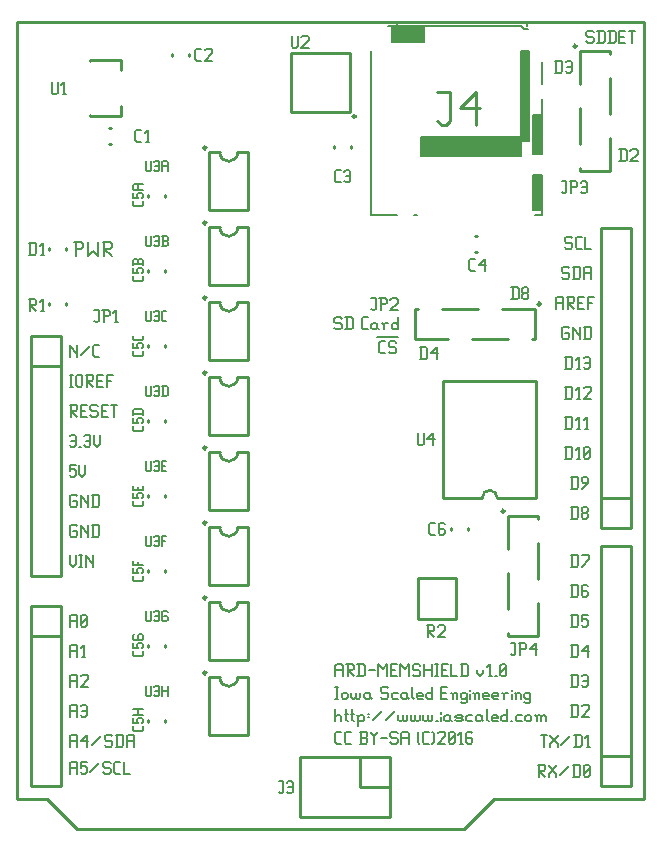
<source format=gbr>
G04 start of page 8 for group -4079 idx -4079 *
G04 Title: (unknown), topsilk *
G04 Creator: pcb 20110918 *
G04 CreationDate: Tue 05 Jan 2016 03:28:18 AM GMT UTC *
G04 For: railfan *
G04 Format: Gerber/RS-274X *
G04 PCB-Dimensions: 210000 270000 *
G04 PCB-Coordinate-Origin: lower left *
%MOIN*%
%FSLAX25Y25*%
%LNTOPSILK*%
%ADD72C,0.0110*%
%ADD71C,0.0080*%
%ADD70C,0.0100*%
G54D70*X500Y10500D02*X10500D01*
X20500Y500D02*X10500Y10500D01*
X159500D02*X149500Y500D01*
X209500Y10500D02*X159500D01*
X149500Y500D02*X20500D01*
X209500Y269500D02*Y10500D01*
X500D02*Y269500D01*
X209500D01*
G54D71*X120500Y164500D02*X127500D01*
X18000Y22500D02*Y19000D01*
Y22500D02*X18500Y23000D01*
X20000D01*
X20500Y22500D01*
Y19000D01*
X18000Y21000D02*X20500D01*
X21700Y23000D02*X23700D01*
X21700D02*Y21000D01*
X22200Y21500D01*
X23200D01*
X23700Y21000D01*
Y19500D01*
X23200Y19000D02*X23700Y19500D01*
X22200Y19000D02*X23200D01*
X21700Y19500D02*X22200Y19000D01*
X24900Y19500D02*X27900Y22500D01*
X31100Y23000D02*X31600Y22500D01*
X29600Y23000D02*X31100D01*
X29100Y22500D02*X29600Y23000D01*
X29100Y22500D02*Y21500D01*
X29600Y21000D01*
X31100D01*
X31600Y20500D01*
Y19500D01*
X31100Y19000D02*X31600Y19500D01*
X29600Y19000D02*X31100D01*
X29100Y19500D02*X29600Y19000D01*
X33300D02*X34800D01*
X32800Y19500D02*X33300Y19000D01*
X32800Y22500D02*Y19500D01*
Y22500D02*X33300Y23000D01*
X34800D01*
X36000D02*Y19000D01*
X38000D01*
X18000Y31500D02*Y28000D01*
Y31500D02*X18500Y32000D01*
X20000D01*
X20500Y31500D01*
Y28000D01*
X18000Y30000D02*X20500D01*
X21700D02*X23700Y32000D01*
X21700Y30000D02*X24200D01*
X23700Y32000D02*Y28000D01*
X25400Y28500D02*X28400Y31500D01*
X31600Y32000D02*X32100Y31500D01*
X30100Y32000D02*X31600D01*
X29600Y31500D02*X30100Y32000D01*
X29600Y31500D02*Y30500D01*
X30100Y30000D01*
X31600D01*
X32100Y29500D01*
Y28500D01*
X31600Y28000D02*X32100Y28500D01*
X30100Y28000D02*X31600D01*
X29600Y28500D02*X30100Y28000D01*
X33800Y32000D02*Y28000D01*
X35300Y32000D02*X35800Y31500D01*
Y28500D01*
X35300Y28000D02*X35800Y28500D01*
X33300Y28000D02*X35300D01*
X33300Y32000D02*X35300D01*
X37000Y31500D02*Y28000D01*
Y31500D02*X37500Y32000D01*
X39000D01*
X39500Y31500D01*
Y28000D01*
X37000Y30000D02*X39500D01*
X18000Y41500D02*Y38000D01*
Y41500D02*X18500Y42000D01*
X20000D01*
X20500Y41500D01*
Y38000D01*
X18000Y40000D02*X20500D01*
X21700Y41500D02*X22200Y42000D01*
X23200D01*
X23700Y41500D01*
Y38500D01*
X23200Y38000D02*X23700Y38500D01*
X22200Y38000D02*X23200D01*
X21700Y38500D02*X22200Y38000D01*
Y40000D02*X23700D01*
X18000Y51500D02*Y48000D01*
Y51500D02*X18500Y52000D01*
X20000D01*
X20500Y51500D01*
Y48000D01*
X18000Y50000D02*X20500D01*
X21700Y51500D02*X22200Y52000D01*
X23700D01*
X24200Y51500D01*
Y50500D01*
X21700Y48000D02*X24200Y50500D01*
X21700Y48000D02*X24200D01*
X18000Y61500D02*Y58000D01*
Y61500D02*X18500Y62000D01*
X20000D01*
X20500Y61500D01*
Y58000D01*
X18000Y60000D02*X20500D01*
X22200Y58000D02*X23200D01*
X22700Y62000D02*Y58000D01*
X21700Y61000D02*X22700Y62000D01*
X18000Y71500D02*Y68000D01*
Y71500D02*X18500Y72000D01*
X20000D01*
X20500Y71500D01*
Y68000D01*
X18000Y70000D02*X20500D01*
X21700Y68500D02*X22200Y68000D01*
X21700Y71500D02*Y68500D01*
Y71500D02*X22200Y72000D01*
X23200D01*
X23700Y71500D01*
Y68500D01*
X23200Y68000D02*X23700Y68500D01*
X22200Y68000D02*X23200D01*
X21700Y69000D02*X23700Y71000D01*
X18000Y122000D02*X20000D01*
X18000D02*Y120000D01*
X18500Y120500D01*
X19500D01*
X20000Y120000D01*
Y118500D01*
X19500Y118000D02*X20000Y118500D01*
X18500Y118000D02*X19500D01*
X18000Y118500D02*X18500Y118000D01*
X21200Y122000D02*Y119000D01*
X22200Y118000D01*
X23200Y119000D01*
Y122000D02*Y119000D01*
X18000Y131500D02*X18500Y132000D01*
X19500D01*
X20000Y131500D01*
Y128500D01*
X19500Y128000D02*X20000Y128500D01*
X18500Y128000D02*X19500D01*
X18000Y128500D02*X18500Y128000D01*
Y130000D02*X20000D01*
X21200Y128000D02*X21700D01*
X22900Y131500D02*X23400Y132000D01*
X24400D01*
X24900Y131500D01*
Y128500D01*
X24400Y128000D02*X24900Y128500D01*
X23400Y128000D02*X24400D01*
X22900Y128500D02*X23400Y128000D01*
Y130000D02*X24900D01*
X26100Y132000D02*Y129000D01*
X27100Y128000D01*
X28100Y129000D01*
Y132000D02*Y129000D01*
X18000Y152000D02*X19000D01*
X18500D02*Y148000D01*
X18000D02*X19000D01*
X20200Y151500D02*Y148500D01*
Y151500D02*X20700Y152000D01*
X21700D01*
X22200Y151500D01*
Y148500D01*
X21700Y148000D02*X22200Y148500D01*
X20700Y148000D02*X21700D01*
X20200Y148500D02*X20700Y148000D01*
X23400Y152000D02*X25400D01*
X25900Y151500D01*
Y150500D01*
X25400Y150000D02*X25900Y150500D01*
X23900Y150000D02*X25400D01*
X23900Y152000D02*Y148000D01*
Y150000D02*X25900Y148000D01*
X27100Y150000D02*X28600D01*
X27100Y148000D02*X29100D01*
X27100Y152000D02*Y148000D01*
Y152000D02*X29100D01*
X30300D02*Y148000D01*
Y152000D02*X32300D01*
X30300Y150000D02*X31800D01*
X18000Y142000D02*X20000D01*
X20500Y141500D01*
Y140500D01*
X20000Y140000D02*X20500Y140500D01*
X18500Y140000D02*X20000D01*
X18500Y142000D02*Y138000D01*
Y140000D02*X20500Y138000D01*
X21700Y140000D02*X23200D01*
X21700Y138000D02*X23700D01*
X21700Y142000D02*Y138000D01*
Y142000D02*X23700D01*
X26900D02*X27400Y141500D01*
X25400Y142000D02*X26900D01*
X24900Y141500D02*X25400Y142000D01*
X24900Y141500D02*Y140500D01*
X25400Y140000D01*
X26900D01*
X27400Y139500D01*
Y138500D01*
X26900Y138000D02*X27400Y138500D01*
X25400Y138000D02*X26900D01*
X24900Y138500D02*X25400Y138000D01*
X28600Y140000D02*X30100D01*
X28600Y138000D02*X30600D01*
X28600Y142000D02*Y138000D01*
Y142000D02*X30600D01*
X31800D02*X33800D01*
X32800D02*Y138000D01*
X18000Y162000D02*Y158000D01*
Y162000D02*Y161500D01*
X20500Y159000D01*
Y162000D02*Y158000D01*
X21700Y158500D02*X24700Y161500D01*
X26400Y158000D02*X27900D01*
X25900Y158500D02*X26400Y158000D01*
X25900Y161500D02*Y158500D01*
Y161500D02*X26400Y162000D01*
X27900D01*
X20100Y196300D02*Y191500D01*
X19500Y196300D02*X21900D01*
X22500Y195700D01*
Y194500D01*
X21900Y193900D02*X22500Y194500D01*
X20100Y193900D02*X21900D01*
X23940Y196300D02*Y191500D01*
X25740Y193300D01*
X27540Y191500D01*
Y196300D02*Y191500D01*
X28980Y196300D02*X31380D01*
X31980Y195700D01*
Y194500D01*
X31380Y193900D02*X31980Y194500D01*
X29580Y193900D02*X31380D01*
X29580Y196300D02*Y191500D01*
Y193900D02*X31980Y191500D01*
X18000Y92000D02*Y89000D01*
X19000Y88000D01*
X20000Y89000D01*
Y92000D02*Y89000D01*
X21200Y92000D02*X22200D01*
X21700D02*Y88000D01*
X21200D02*X22200D01*
X23400Y92000D02*Y88000D01*
Y92000D02*Y91500D01*
X25900Y89000D01*
Y92000D02*Y88000D01*
X20000Y102000D02*X20500Y101500D01*
X18500Y102000D02*X20000D01*
X18000Y101500D02*X18500Y102000D01*
X18000Y101500D02*Y98500D01*
X18500Y98000D01*
X20000D01*
X20500Y98500D01*
Y99500D02*Y98500D01*
X20000Y100000D02*X20500Y99500D01*
X19000Y100000D02*X20000D01*
X21700Y102000D02*Y98000D01*
Y102000D02*Y101500D01*
X24200Y99000D01*
Y102000D02*Y98000D01*
X25900Y102000D02*Y98000D01*
X27400Y102000D02*X27900Y101500D01*
Y98500D01*
X27400Y98000D02*X27900Y98500D01*
X25400Y98000D02*X27400D01*
X25400Y102000D02*X27400D01*
X20000Y112000D02*X20500Y111500D01*
X18500Y112000D02*X20000D01*
X18000Y111500D02*X18500Y112000D01*
X18000Y111500D02*Y108500D01*
X18500Y108000D01*
X20000D01*
X20500Y108500D01*
Y109500D02*Y108500D01*
X20000Y110000D02*X20500Y109500D01*
X19000Y110000D02*X20000D01*
X21700Y112000D02*Y108000D01*
Y112000D02*Y111500D01*
X24200Y109000D01*
Y112000D02*Y108000D01*
X25900Y112000D02*Y108000D01*
X27400Y112000D02*X27900Y111500D01*
Y108500D01*
X27400Y108000D02*X27900Y108500D01*
X25400Y108000D02*X27400D01*
X25400Y112000D02*X27400D01*
X185500Y108000D02*Y104000D01*
X187000Y108000D02*X187500Y107500D01*
Y104500D01*
X187000Y104000D02*X187500Y104500D01*
X185000Y104000D02*X187000D01*
X185000Y108000D02*X187000D01*
X188700Y104500D02*X189200Y104000D01*
X188700Y105500D02*Y104500D01*
Y105500D02*X189200Y106000D01*
X190200D01*
X190700Y105500D01*
Y104500D01*
X190200Y104000D02*X190700Y104500D01*
X189200Y104000D02*X190200D01*
X188700Y106500D02*X189200Y106000D01*
X188700Y107500D02*Y106500D01*
Y107500D02*X189200Y108000D01*
X190200D01*
X190700Y107500D01*
Y106500D01*
X190200Y106000D02*X190700Y106500D01*
X183500Y148000D02*Y144000D01*
X185000Y148000D02*X185500Y147500D01*
Y144500D01*
X185000Y144000D02*X185500Y144500D01*
X183000Y144000D02*X185000D01*
X183000Y148000D02*X185000D01*
X187200Y144000D02*X188200D01*
X187700Y148000D02*Y144000D01*
X186700Y147000D02*X187700Y148000D01*
X189400Y147500D02*X189900Y148000D01*
X191400D01*
X191900Y147500D01*
Y146500D01*
X189400Y144000D02*X191900Y146500D01*
X189400Y144000D02*X191900D01*
X183500Y138000D02*Y134000D01*
X185000Y138000D02*X185500Y137500D01*
Y134500D01*
X185000Y134000D02*X185500Y134500D01*
X183000Y134000D02*X185000D01*
X183000Y138000D02*X185000D01*
X187200Y134000D02*X188200D01*
X187700Y138000D02*Y134000D01*
X186700Y137000D02*X187700Y138000D01*
X189900Y134000D02*X190900D01*
X190400Y138000D02*Y134000D01*
X189400Y137000D02*X190400Y138000D01*
X183500Y128000D02*Y124000D01*
X185000Y128000D02*X185500Y127500D01*
Y124500D01*
X185000Y124000D02*X185500Y124500D01*
X183000Y124000D02*X185000D01*
X183000Y128000D02*X185000D01*
X187200Y124000D02*X188200D01*
X187700Y128000D02*Y124000D01*
X186700Y127000D02*X187700Y128000D01*
X189400Y124500D02*X189900Y124000D01*
X189400Y127500D02*Y124500D01*
Y127500D02*X189900Y128000D01*
X190900D01*
X191400Y127500D01*
Y124500D01*
X190900Y124000D02*X191400Y124500D01*
X189900Y124000D02*X190900D01*
X189400Y125000D02*X191400Y127000D01*
X185500Y118000D02*Y114000D01*
X187000Y118000D02*X187500Y117500D01*
Y114500D01*
X187000Y114000D02*X187500Y114500D01*
X185000Y114000D02*X187000D01*
X185000Y118000D02*X187000D01*
X188700Y114000D02*X190700Y116000D01*
Y117500D02*Y116000D01*
X190200Y118000D02*X190700Y117500D01*
X189200Y118000D02*X190200D01*
X188700Y117500D02*X189200Y118000D01*
X188700Y117500D02*Y116500D01*
X189200Y116000D01*
X190700D01*
X185500Y52000D02*Y48000D01*
X187000Y52000D02*X187500Y51500D01*
Y48500D01*
X187000Y48000D02*X187500Y48500D01*
X185000Y48000D02*X187000D01*
X185000Y52000D02*X187000D01*
X188700Y51500D02*X189200Y52000D01*
X190200D01*
X190700Y51500D01*
Y48500D01*
X190200Y48000D02*X190700Y48500D01*
X189200Y48000D02*X190200D01*
X188700Y48500D02*X189200Y48000D01*
Y50000D02*X190700D01*
X185500Y62000D02*Y58000D01*
X187000Y62000D02*X187500Y61500D01*
Y58500D01*
X187000Y58000D02*X187500Y58500D01*
X185000Y58000D02*X187000D01*
X185000Y62000D02*X187000D01*
X188700Y60000D02*X190700Y62000D01*
X188700Y60000D02*X191200D01*
X190700Y62000D02*Y58000D01*
X106500Y55000D02*Y51500D01*
Y55000D02*X107000Y55500D01*
X108500D01*
X109000Y55000D01*
Y51500D01*
X106500Y53500D02*X109000D01*
X110200Y55500D02*X112200D01*
X112700Y55000D01*
Y54000D01*
X112200Y53500D02*X112700Y54000D01*
X110700Y53500D02*X112200D01*
X110700Y55500D02*Y51500D01*
Y53500D02*X112700Y51500D01*
X114400Y55500D02*Y51500D01*
X115900Y55500D02*X116400Y55000D01*
Y52000D01*
X115900Y51500D02*X116400Y52000D01*
X113900Y51500D02*X115900D01*
X113900Y55500D02*X115900D01*
X117600Y53500D02*X119600D01*
X120800Y55500D02*Y51500D01*
Y55500D02*X122300Y54000D01*
X123800Y55500D01*
Y51500D01*
X125000Y53500D02*X126500D01*
X125000Y51500D02*X127000D01*
X125000Y55500D02*Y51500D01*
Y55500D02*X127000D01*
X128200D02*Y51500D01*
Y55500D02*X129700Y54000D01*
X131200Y55500D01*
Y51500D01*
X134400Y55500D02*X134900Y55000D01*
X132900Y55500D02*X134400D01*
X132400Y55000D02*X132900Y55500D01*
X132400Y55000D02*Y54000D01*
X132900Y53500D01*
X134400D01*
X134900Y53000D01*
Y52000D01*
X134400Y51500D02*X134900Y52000D01*
X132900Y51500D02*X134400D01*
X132400Y52000D02*X132900Y51500D01*
X136100Y55500D02*Y51500D01*
X138600Y55500D02*Y51500D01*
X136100Y53500D02*X138600D01*
X139800Y55500D02*X140800D01*
X140300D02*Y51500D01*
X139800D02*X140800D01*
X142000Y53500D02*X143500D01*
X142000Y51500D02*X144000D01*
X142000Y55500D02*Y51500D01*
Y55500D02*X144000D01*
X145200D02*Y51500D01*
X147200D01*
X148900Y55500D02*Y51500D01*
X150400Y55500D02*X150900Y55000D01*
Y52000D01*
X150400Y51500D02*X150900Y52000D01*
X148400Y51500D02*X150400D01*
X148400Y55500D02*X150400D01*
X153900Y53500D02*Y52500D01*
X154900Y51500D01*
X155900Y52500D01*
Y53500D02*Y52500D01*
X157600Y51500D02*X158600D01*
X158100Y55500D02*Y51500D01*
X157100Y54500D02*X158100Y55500D01*
X159800Y51500D02*X160300D01*
X161500Y52000D02*X162000Y51500D01*
X161500Y55000D02*Y52000D01*
Y55000D02*X162000Y55500D01*
X163000D01*
X163500Y55000D01*
Y52000D01*
X163000Y51500D02*X163500Y52000D01*
X162000Y51500D02*X163000D01*
X161500Y52500D02*X163500Y54500D01*
X106500Y48000D02*X107500D01*
X107000D02*Y44000D01*
X106500D02*X107500D01*
X108700Y45500D02*Y44500D01*
Y45500D02*X109200Y46000D01*
X110200D01*
X110700Y45500D01*
Y44500D01*
X110200Y44000D02*X110700Y44500D01*
X109200Y44000D02*X110200D01*
X108700Y44500D02*X109200Y44000D01*
X111900Y46000D02*Y44500D01*
X112400Y44000D01*
X112900D01*
X113400Y44500D01*
Y46000D02*Y44500D01*
X113900Y44000D01*
X114400D01*
X114900Y44500D01*
Y46000D02*Y44500D01*
X117600Y46000D02*X118100Y45500D01*
X116600Y46000D02*X117600D01*
X116100Y45500D02*X116600Y46000D01*
X116100Y45500D02*Y44500D01*
X116600Y44000D01*
X118100Y46000D02*Y44500D01*
X118600Y44000D01*
X116600D02*X117600D01*
X118100Y44500D01*
X123600Y48000D02*X124100Y47500D01*
X122100Y48000D02*X123600D01*
X121600Y47500D02*X122100Y48000D01*
X121600Y47500D02*Y46500D01*
X122100Y46000D01*
X123600D01*
X124100Y45500D01*
Y44500D01*
X123600Y44000D02*X124100Y44500D01*
X122100Y44000D02*X123600D01*
X121600Y44500D02*X122100Y44000D01*
X125800Y46000D02*X127300D01*
X125300Y45500D02*X125800Y46000D01*
X125300Y45500D02*Y44500D01*
X125800Y44000D01*
X127300D01*
X130000Y46000D02*X130500Y45500D01*
X129000Y46000D02*X130000D01*
X128500Y45500D02*X129000Y46000D01*
X128500Y45500D02*Y44500D01*
X129000Y44000D01*
X130500Y46000D02*Y44500D01*
X131000Y44000D01*
X129000D02*X130000D01*
X130500Y44500D01*
X132200Y48000D02*Y44500D01*
X132700Y44000D01*
X134200D02*X135700D01*
X133700Y44500D02*X134200Y44000D01*
X133700Y45500D02*Y44500D01*
Y45500D02*X134200Y46000D01*
X135200D01*
X135700Y45500D01*
X133700Y45000D02*X135700D01*
Y45500D02*Y45000D01*
X138900Y48000D02*Y44000D01*
X138400D02*X138900Y44500D01*
X137400Y44000D02*X138400D01*
X136900Y44500D02*X137400Y44000D01*
X136900Y45500D02*Y44500D01*
Y45500D02*X137400Y46000D01*
X138400D01*
X138900Y45500D01*
X141900Y46000D02*X143400D01*
X141900Y44000D02*X143900D01*
X141900Y48000D02*Y44000D01*
Y48000D02*X143900D01*
X145600Y45500D02*Y44000D01*
Y45500D02*X146100Y46000D01*
X146600D01*
X147100Y45500D01*
Y44000D01*
X145100Y46000D02*X145600Y45500D01*
X149800Y46000D02*X150300Y45500D01*
X148800Y46000D02*X149800D01*
X148300Y45500D02*X148800Y46000D01*
X148300Y45500D02*Y44500D01*
X148800Y44000D01*
X149800D01*
X150300Y44500D01*
X148300Y43000D02*X148800Y42500D01*
X149800D01*
X150300Y43000D01*
Y46000D02*Y43000D01*
X151500Y47000D02*Y46500D01*
Y45500D02*Y44000D01*
X153000Y45500D02*Y44000D01*
Y45500D02*X153500Y46000D01*
X154000D01*
X154500Y45500D01*
Y44000D01*
X152500Y46000D02*X153000Y45500D01*
X156200Y44000D02*X157700D01*
X155700Y44500D02*X156200Y44000D01*
X155700Y45500D02*Y44500D01*
Y45500D02*X156200Y46000D01*
X157200D01*
X157700Y45500D01*
X155700Y45000D02*X157700D01*
Y45500D02*Y45000D01*
X159400Y44000D02*X160900D01*
X158900Y44500D02*X159400Y44000D01*
X158900Y45500D02*Y44500D01*
Y45500D02*X159400Y46000D01*
X160400D01*
X160900Y45500D01*
X158900Y45000D02*X160900D01*
Y45500D02*Y45000D01*
X162600Y45500D02*Y44000D01*
Y45500D02*X163100Y46000D01*
X164100D01*
X162100D02*X162600Y45500D01*
X165300Y47000D02*Y46500D01*
Y45500D02*Y44000D01*
X166800Y45500D02*Y44000D01*
Y45500D02*X167300Y46000D01*
X167800D01*
X168300Y45500D01*
Y44000D01*
X166300Y46000D02*X166800Y45500D01*
X171000Y46000D02*X171500Y45500D01*
X170000Y46000D02*X171000D01*
X169500Y45500D02*X170000Y46000D01*
X169500Y45500D02*Y44500D01*
X170000Y44000D01*
X171000D01*
X171500Y44500D01*
X169500Y43000D02*X170000Y42500D01*
X171000D01*
X171500Y43000D01*
Y46000D02*Y43000D01*
X106500Y40500D02*Y36500D01*
Y38000D02*X107000Y38500D01*
X108000D01*
X108500Y38000D01*
Y36500D01*
X110200Y40500D02*Y37000D01*
X110700Y36500D01*
X109700Y39000D02*X110700D01*
X112200Y40500D02*Y37000D01*
X112700Y36500D01*
X111700Y39000D02*X112700D01*
X114200Y38000D02*Y35000D01*
X113700Y38500D02*X114200Y38000D01*
X114700Y38500D01*
X115700D01*
X116200Y38000D01*
Y37000D01*
X115700Y36500D02*X116200Y37000D01*
X114700Y36500D02*X115700D01*
X114200Y37000D02*X114700Y36500D01*
X117400Y39000D02*X117900D01*
X117400Y38000D02*X117900D01*
X119100Y37000D02*X122100Y40000D01*
X123300Y37000D02*X126300Y40000D01*
X127500Y38500D02*Y37000D01*
X128000Y36500D01*
X128500D01*
X129000Y37000D01*
Y38500D02*Y37000D01*
X129500Y36500D01*
X130000D01*
X130500Y37000D01*
Y38500D02*Y37000D01*
X131700Y38500D02*Y37000D01*
X132200Y36500D01*
X132700D01*
X133200Y37000D01*
Y38500D02*Y37000D01*
X133700Y36500D01*
X134200D01*
X134700Y37000D01*
Y38500D02*Y37000D01*
X135900Y38500D02*Y37000D01*
X136400Y36500D01*
X136900D01*
X137400Y37000D01*
Y38500D02*Y37000D01*
X137900Y36500D01*
X138400D01*
X138900Y37000D01*
Y38500D02*Y37000D01*
X140100Y36500D02*X140600D01*
X141800Y39500D02*Y39000D01*
Y38000D02*Y36500D01*
X144300Y38500D02*X144800Y38000D01*
X143300Y38500D02*X144300D01*
X142800Y38000D02*X143300Y38500D01*
X142800Y38000D02*Y37000D01*
X143300Y36500D01*
X144800Y38500D02*Y37000D01*
X145300Y36500D01*
X143300D02*X144300D01*
X144800Y37000D01*
X147000Y36500D02*X148500D01*
X149000Y37000D01*
X148500Y37500D02*X149000Y37000D01*
X147000Y37500D02*X148500D01*
X146500Y38000D02*X147000Y37500D01*
X146500Y38000D02*X147000Y38500D01*
X148500D01*
X149000Y38000D01*
X146500Y37000D02*X147000Y36500D01*
X150700Y38500D02*X152200D01*
X150200Y38000D02*X150700Y38500D01*
X150200Y38000D02*Y37000D01*
X150700Y36500D01*
X152200D01*
X154900Y38500D02*X155400Y38000D01*
X153900Y38500D02*X154900D01*
X153400Y38000D02*X153900Y38500D01*
X153400Y38000D02*Y37000D01*
X153900Y36500D01*
X155400Y38500D02*Y37000D01*
X155900Y36500D01*
X153900D02*X154900D01*
X155400Y37000D01*
X157100Y40500D02*Y37000D01*
X157600Y36500D01*
X159100D02*X160600D01*
X158600Y37000D02*X159100Y36500D01*
X158600Y38000D02*Y37000D01*
Y38000D02*X159100Y38500D01*
X160100D01*
X160600Y38000D01*
X158600Y37500D02*X160600D01*
Y38000D02*Y37500D01*
X163800Y40500D02*Y36500D01*
X163300D02*X163800Y37000D01*
X162300Y36500D02*X163300D01*
X161800Y37000D02*X162300Y36500D01*
X161800Y38000D02*Y37000D01*
Y38000D02*X162300Y38500D01*
X163300D01*
X163800Y38000D01*
X165000Y36500D02*X165500D01*
X167200Y38500D02*X168700D01*
X166700Y38000D02*X167200Y38500D01*
X166700Y38000D02*Y37000D01*
X167200Y36500D01*
X168700D01*
X169900Y38000D02*Y37000D01*
Y38000D02*X170400Y38500D01*
X171400D01*
X171900Y38000D01*
Y37000D01*
X171400Y36500D02*X171900Y37000D01*
X170400Y36500D02*X171400D01*
X169900Y37000D02*X170400Y36500D01*
X173600Y38000D02*Y36500D01*
Y38000D02*X174100Y38500D01*
X174600D01*
X175100Y38000D01*
Y36500D01*
Y38000D02*X175600Y38500D01*
X176100D01*
X176600Y38000D01*
Y36500D01*
X173100Y38500D02*X173600Y38000D01*
X107000Y29000D02*X108500D01*
X106500Y29500D02*X107000Y29000D01*
X106500Y32500D02*Y29500D01*
Y32500D02*X107000Y33000D01*
X108500D01*
X110200Y29000D02*X111700D01*
X109700Y29500D02*X110200Y29000D01*
X109700Y32500D02*Y29500D01*
Y32500D02*X110200Y33000D01*
X111700D01*
X114700Y29000D02*X116700D01*
X117200Y29500D01*
Y30500D02*Y29500D01*
X116700Y31000D02*X117200Y30500D01*
X115200Y31000D02*X116700D01*
X115200Y33000D02*Y29000D01*
X114700Y33000D02*X116700D01*
X117200Y32500D01*
Y31500D01*
X116700Y31000D02*X117200Y31500D01*
X118400Y33000D02*Y32500D01*
X119400Y31500D01*
X120400Y32500D01*
Y33000D02*Y32500D01*
X119400Y31500D02*Y29000D01*
X121600Y31000D02*X123600D01*
X126800Y33000D02*X127300Y32500D01*
X125300Y33000D02*X126800D01*
X124800Y32500D02*X125300Y33000D01*
X124800Y32500D02*Y31500D01*
X125300Y31000D01*
X126800D01*
X127300Y30500D01*
Y29500D01*
X126800Y29000D02*X127300Y29500D01*
X125300Y29000D02*X126800D01*
X124800Y29500D02*X125300Y29000D01*
X128500Y32500D02*Y29000D01*
Y32500D02*X129000Y33000D01*
X130500D01*
X131000Y32500D01*
Y29000D01*
X128500Y31000D02*X131000D01*
X134000Y29500D02*X134500Y29000D01*
X134000Y32500D02*X134500Y33000D01*
X134000Y32500D02*Y29500D01*
X136200Y29000D02*X137700D01*
X135700Y29500D02*X136200Y29000D01*
X135700Y32500D02*Y29500D01*
Y32500D02*X136200Y33000D01*
X137700D01*
X138900D02*X139400Y32500D01*
Y29500D01*
X138900Y29000D02*X139400Y29500D01*
X140600Y32500D02*X141100Y33000D01*
X142600D01*
X143100Y32500D01*
Y31500D01*
X140600Y29000D02*X143100Y31500D01*
X140600Y29000D02*X143100D01*
X144300Y29500D02*X144800Y29000D01*
X144300Y32500D02*Y29500D01*
Y32500D02*X144800Y33000D01*
X145800D01*
X146300Y32500D01*
Y29500D01*
X145800Y29000D02*X146300Y29500D01*
X144800Y29000D02*X145800D01*
X144300Y30000D02*X146300Y32000D01*
X148000Y29000D02*X149000D01*
X148500Y33000D02*Y29000D01*
X147500Y32000D02*X148500Y33000D01*
X151700D02*X152200Y32500D01*
X150700Y33000D02*X151700D01*
X150200Y32500D02*X150700Y33000D01*
X150200Y32500D02*Y29500D01*
X150700Y29000D01*
X151700Y31000D02*X152200Y30500D01*
X150200Y31000D02*X151700D01*
X150700Y29000D02*X151700D01*
X152200Y29500D01*
Y30500D02*Y29500D01*
X185500Y42000D02*Y38000D01*
X187000Y42000D02*X187500Y41500D01*
Y38500D01*
X187000Y38000D02*X187500Y38500D01*
X185000Y38000D02*X187000D01*
X185000Y42000D02*X187000D01*
X188700Y41500D02*X189200Y42000D01*
X190700D01*
X191200Y41500D01*
Y40500D01*
X188700Y38000D02*X191200Y40500D01*
X188700Y38000D02*X191200D01*
X174000Y22000D02*X176000D01*
X176500Y21500D01*
Y20500D01*
X176000Y20000D02*X176500Y20500D01*
X174500Y20000D02*X176000D01*
X174500Y22000D02*Y18000D01*
Y20000D02*X176500Y18000D01*
X177700Y22000D02*Y21500D01*
X180200Y19000D01*
Y18000D01*
X177700Y19000D02*Y18000D01*
Y19000D02*X180200Y21500D01*
Y22000D02*Y21500D01*
X181400Y18500D02*X184400Y21500D01*
X186100Y22000D02*Y18000D01*
X187600Y22000D02*X188100Y21500D01*
Y18500D01*
X187600Y18000D02*X188100Y18500D01*
X185600Y18000D02*X187600D01*
X185600Y22000D02*X187600D01*
X189300Y18500D02*X189800Y18000D01*
X189300Y21500D02*Y18500D01*
Y21500D02*X189800Y22000D01*
X190800D01*
X191300Y21500D01*
Y18500D01*
X190800Y18000D02*X191300Y18500D01*
X189800Y18000D02*X190800D01*
X189300Y19000D02*X191300Y21000D01*
X175000Y32000D02*X177000D01*
X176000D02*Y28000D01*
X178200Y32000D02*Y31500D01*
X180700Y29000D01*
Y28000D01*
X178200Y29000D02*Y28000D01*
Y29000D02*X180700Y31500D01*
Y32000D02*Y31500D01*
X181900Y28500D02*X184900Y31500D01*
X186600Y32000D02*Y28000D01*
X188100Y32000D02*X188600Y31500D01*
Y28500D01*
X188100Y28000D02*X188600Y28500D01*
X186100Y28000D02*X188100D01*
X186100Y32000D02*X188100D01*
X190300Y28000D02*X191300D01*
X190800Y32000D02*Y28000D01*
X189800Y31000D02*X190800Y32000D01*
X185500Y92000D02*Y88000D01*
X187000Y92000D02*X187500Y91500D01*
Y88500D01*
X187000Y88000D02*X187500Y88500D01*
X185000Y88000D02*X187000D01*
X185000Y92000D02*X187000D01*
X188700Y88000D02*X191200Y90500D01*
Y92000D02*Y90500D01*
X188700Y92000D02*X191200D01*
X185500Y72000D02*Y68000D01*
X187000Y72000D02*X187500Y71500D01*
Y68500D01*
X187000Y68000D02*X187500Y68500D01*
X185000Y68000D02*X187000D01*
X185000Y72000D02*X187000D01*
X188700D02*X190700D01*
X188700D02*Y70000D01*
X189200Y70500D01*
X190200D01*
X190700Y70000D01*
Y68500D01*
X190200Y68000D02*X190700Y68500D01*
X189200Y68000D02*X190200D01*
X188700Y68500D02*X189200Y68000D01*
X185500Y82000D02*Y78000D01*
X187000Y82000D02*X187500Y81500D01*
Y78500D01*
X187000Y78000D02*X187500Y78500D01*
X185000Y78000D02*X187000D01*
X185000Y82000D02*X187000D01*
X190200D02*X190700Y81500D01*
X189200Y82000D02*X190200D01*
X188700Y81500D02*X189200Y82000D01*
X188700Y81500D02*Y78500D01*
X189200Y78000D01*
X190200Y80000D02*X190700Y79500D01*
X188700Y80000D02*X190200D01*
X189200Y78000D02*X190200D01*
X190700Y78500D01*
Y79500D02*Y78500D01*
X108086Y171086D02*X108586Y170586D01*
X106586Y171086D02*X108086D01*
X106086Y170586D02*X106586Y171086D01*
X106086Y170586D02*Y169586D01*
X106586Y169086D01*
X108086D01*
X108586Y168586D01*
Y167586D01*
X108086Y167086D02*X108586Y167586D01*
X106586Y167086D02*X108086D01*
X106086Y167586D02*X106586Y167086D01*
X110286Y171086D02*Y167086D01*
X111786Y171086D02*X112286Y170586D01*
Y167586D01*
X111786Y167086D02*X112286Y167586D01*
X109786Y167086D02*X111786D01*
X109786Y171086D02*X111786D01*
X115786Y167086D02*X117286D01*
X115286Y167586D02*X115786Y167086D01*
X115286Y170586D02*Y167586D01*
Y170586D02*X115786Y171086D01*
X117286D01*
X119986Y169086D02*X120486Y168586D01*
X118986Y169086D02*X119986D01*
X118486Y168586D02*X118986Y169086D01*
X118486Y168586D02*Y167586D01*
X118986Y167086D01*
X120486Y169086D02*Y167586D01*
X120986Y167086D01*
X118986D02*X119986D01*
X120486Y167586D01*
X122686Y168586D02*Y167086D01*
Y168586D02*X123186Y169086D01*
X124186D01*
X122186D02*X122686Y168586D01*
X127386Y171086D02*Y167086D01*
X126886D02*X127386Y167586D01*
X125886Y167086D02*X126886D01*
X125386Y167586D02*X125886Y167086D01*
X125386Y168586D02*Y167586D01*
Y168586D02*X125886Y169086D01*
X126886D01*
X127386Y168586D01*
X121586Y159086D02*X123086D01*
X121086Y159586D02*X121586Y159086D01*
X121086Y162586D02*Y159586D01*
Y162586D02*X121586Y163086D01*
X123086D01*
X126286D02*X126786Y162586D01*
X124786Y163086D02*X126286D01*
X124286Y162586D02*X124786Y163086D01*
X124286Y162586D02*Y161586D01*
X124786Y161086D01*
X126286D01*
X126786Y160586D01*
Y159586D01*
X126286Y159086D02*X126786Y159586D01*
X124786Y159086D02*X126286D01*
X124286Y159586D02*X124786Y159086D01*
X165586Y181086D02*Y177086D01*
X167086Y181086D02*X167586Y180586D01*
Y177586D01*
X167086Y177086D02*X167586Y177586D01*
X165086Y177086D02*X167086D01*
X165086Y181086D02*X167086D01*
X168786Y177586D02*X169286Y177086D01*
X168786Y178586D02*Y177586D01*
Y178586D02*X169286Y179086D01*
X170286D01*
X170786Y178586D01*
Y177586D01*
X170286Y177086D02*X170786Y177586D01*
X169286Y177086D02*X170286D01*
X168786Y179586D02*X169286Y179086D01*
X168786Y180586D02*Y179586D01*
Y180586D02*X169286Y181086D01*
X170286D01*
X170786Y180586D01*
Y179586D01*
X170286Y179086D02*X170786Y179586D01*
X135086Y161086D02*Y157086D01*
X136586Y161086D02*X137086Y160586D01*
Y157586D01*
X136586Y157086D02*X137086Y157586D01*
X134586Y157086D02*X136586D01*
X134586Y161086D02*X136586D01*
X138286Y159086D02*X140286Y161086D01*
X138286Y159086D02*X140786D01*
X140286Y161086D02*Y157086D01*
X180000Y177500D02*Y174000D01*
Y177500D02*X180500Y178000D01*
X182000D01*
X182500Y177500D01*
Y174000D01*
X180000Y176000D02*X182500D01*
X183700Y178000D02*X185700D01*
X186200Y177500D01*
Y176500D01*
X185700Y176000D02*X186200Y176500D01*
X184200Y176000D02*X185700D01*
X184200Y178000D02*Y174000D01*
Y176000D02*X186200Y174000D01*
X187400Y176000D02*X188900D01*
X187400Y174000D02*X189400D01*
X187400Y178000D02*Y174000D01*
Y178000D02*X189400D01*
X190600D02*Y174000D01*
Y178000D02*X192600D01*
X190600Y176000D02*X192100D01*
X184000Y168000D02*X184500Y167500D01*
X182500Y168000D02*X184000D01*
X182000Y167500D02*X182500Y168000D01*
X182000Y167500D02*Y164500D01*
X182500Y164000D01*
X184000D01*
X184500Y164500D01*
Y165500D02*Y164500D01*
X184000Y166000D02*X184500Y165500D01*
X183000Y166000D02*X184000D01*
X185700Y168000D02*Y164000D01*
Y168000D02*Y167500D01*
X188200Y165000D01*
Y168000D02*Y164000D01*
X189900Y168000D02*Y164000D01*
X191400Y168000D02*X191900Y167500D01*
Y164500D01*
X191400Y164000D02*X191900Y164500D01*
X189400Y164000D02*X191400D01*
X189400Y168000D02*X191400D01*
X183500Y158000D02*Y154000D01*
X185000Y158000D02*X185500Y157500D01*
Y154500D01*
X185000Y154000D02*X185500Y154500D01*
X183000Y154000D02*X185000D01*
X183000Y158000D02*X185000D01*
X187200Y154000D02*X188200D01*
X187700Y158000D02*Y154000D01*
X186700Y157000D02*X187700Y158000D01*
X189400Y157500D02*X189900Y158000D01*
X190900D01*
X191400Y157500D01*
Y154500D01*
X190900Y154000D02*X191400Y154500D01*
X189900Y154000D02*X190900D01*
X189400Y154500D02*X189900Y154000D01*
Y156000D02*X191400D01*
X185000Y198000D02*X185500Y197500D01*
X183500Y198000D02*X185000D01*
X183000Y197500D02*X183500Y198000D01*
X183000Y197500D02*Y196500D01*
X183500Y196000D01*
X185000D01*
X185500Y195500D01*
Y194500D01*
X185000Y194000D02*X185500Y194500D01*
X183500Y194000D02*X185000D01*
X183000Y194500D02*X183500Y194000D01*
X187200D02*X188700D01*
X186700Y194500D02*X187200Y194000D01*
X186700Y197500D02*Y194500D01*
Y197500D02*X187200Y198000D01*
X188700D01*
X189900D02*Y194000D01*
X191900D01*
X184000Y188000D02*X184500Y187500D01*
X182500Y188000D02*X184000D01*
X182000Y187500D02*X182500Y188000D01*
X182000Y187500D02*Y186500D01*
X182500Y186000D01*
X184000D01*
X184500Y185500D01*
Y184500D01*
X184000Y184000D02*X184500Y184500D01*
X182500Y184000D02*X184000D01*
X182000Y184500D02*X182500Y184000D01*
X186200Y188000D02*Y184000D01*
X187700Y188000D02*X188200Y187500D01*
Y184500D01*
X187700Y184000D02*X188200Y184500D01*
X185700Y184000D02*X187700D01*
X185700Y188000D02*X187700D01*
X189400Y187500D02*Y184000D01*
Y187500D02*X189900Y188000D01*
X191400D01*
X191900Y187500D01*
Y184000D01*
X189400Y186000D02*X191900D01*
X201586Y227086D02*Y223086D01*
X203086Y227086D02*X203586Y226586D01*
Y223586D01*
X203086Y223086D02*X203586Y223586D01*
X201086Y223086D02*X203086D01*
X201086Y227086D02*X203086D01*
X204786Y226586D02*X205286Y227086D01*
X206786D01*
X207286Y226586D01*
Y225586D01*
X204786Y223086D02*X207286Y225586D01*
X204786Y223086D02*X207286D01*
X180086Y256586D02*Y252586D01*
X181586Y256586D02*X182086Y256086D01*
Y253086D01*
X181586Y252586D02*X182086Y253086D01*
X179586Y252586D02*X181586D01*
X179586Y256586D02*X181586D01*
X183286Y256086D02*X183786Y256586D01*
X184786D01*
X185286Y256086D01*
Y253086D01*
X184786Y252586D02*X185286Y253086D01*
X183786Y252586D02*X184786D01*
X183286Y253086D02*X183786Y252586D01*
Y254586D02*X185286D01*
X192086Y266586D02*X192586Y266086D01*
X190586Y266586D02*X192086D01*
X190086Y266086D02*X190586Y266586D01*
X190086Y266086D02*Y265086D01*
X190586Y264586D01*
X192086D01*
X192586Y264086D01*
Y263086D01*
X192086Y262586D02*X192586Y263086D01*
X190586Y262586D02*X192086D01*
X190086Y263086D02*X190586Y262586D01*
X194286Y266586D02*Y262586D01*
X195786Y266586D02*X196286Y266086D01*
Y263086D01*
X195786Y262586D02*X196286Y263086D01*
X193786Y262586D02*X195786D01*
X193786Y266586D02*X195786D01*
X197986D02*Y262586D01*
X199486Y266586D02*X199986Y266086D01*
Y263086D01*
X199486Y262586D02*X199986Y263086D01*
X197486Y262586D02*X199486D01*
X197486Y266586D02*X199486D01*
X201186Y264586D02*X202686D01*
X201186Y262586D02*X203186D01*
X201186Y266586D02*Y262586D01*
Y266586D02*X203186D01*
X204386D02*X206386D01*
X205386D02*Y262586D01*
G54D70*X173500Y150000D02*Y111000D01*
X142500Y150000D02*X173500D01*
X142500D02*Y111000D01*
X160500D02*X173500D01*
X142500D02*X155500D01*
X160500D02*G75*G03X155500Y111000I-2500J0D01*G01*
X173000Y174000D02*Y164000D01*
X133000Y174000D02*Y164000D01*
X172000D02*X173000D01*
X152000D02*X164000D01*
X133000D02*X144000D01*
X133000Y174000D02*X134000D01*
X142000D02*X154000D01*
X162000D02*X173000D01*
X174500Y176000D02*G75*G03X174500Y176000I0J-500D01*G01*
X188000Y260000D02*X198000D01*
Y220000D02*X188000D01*
X198000Y260000D02*Y259000D01*
Y251000D02*Y239000D01*
Y231000D02*Y220000D01*
X188000D02*Y221000D01*
Y229000D02*Y241000D01*
Y249000D02*Y260000D01*
X186000Y261500D02*G75*G03X186000Y261500I500J0D01*G01*
X153107Y192745D02*X153893D01*
X153107Y198255D02*X153893D01*
G54D71*X135212Y231122D02*Y224823D01*
X168283Y231122D02*Y224823D01*
X135212Y231122D02*X168283D01*
X135212Y224823D02*X168283D01*
Y229941D02*X171039D01*
Y259862D02*Y229941D01*
X168283Y259862D02*X171039D01*
X168283D02*Y229941D01*
X172417Y206910D02*X175370D01*
Y218721D02*Y206910D01*
X172417Y218721D02*X175370D01*
X172417D02*Y206910D01*
X136000Y266949D02*X134819Y268130D01*
X136000Y267736D02*X135606Y268130D01*
X135213Y263012D02*X130095Y268130D01*
X134426Y263012D02*X129308Y268130D01*
X125370D02*X136000D01*
X125370D02*Y263012D01*
X136000D01*
Y268130D02*Y263012D01*
X175370Y206910D02*X172418Y209862D01*
X174582Y206910D02*X172417Y209075D01*
X173795Y206910D02*X172417Y208288D01*
X173008Y206910D02*X172418Y207500D01*
X175370Y207697D02*X172418Y210649D01*
X175370Y208484D02*X172418Y211436D01*
X175370Y209271D02*X172418Y212223D01*
X175370Y210059D02*X172418Y213011D01*
X175370Y210846D02*X172418Y213798D01*
X175370Y211634D02*X172418Y214586D01*
X175370Y212421D02*X172418Y215373D01*
X175370Y213208D02*X172418Y216160D01*
X175370Y213996D02*X172418Y216948D01*
X175370Y214783D02*X172418Y217735D01*
X175370Y215571D02*X172418Y218523D01*
X175370Y216358D02*X173009Y218720D01*
X175370Y217146D02*X173795Y218721D01*
X175370Y217933D02*X174582Y218721D01*
X175370Y238013D02*X174779Y238603D01*
X133638Y263012D02*X128520Y268130D01*
X132851Y263012D02*X127733Y268130D01*
X132063Y263012D02*X126945Y268130D01*
X131276Y263012D02*X126158Y268130D01*
X130489Y263012D02*X125371Y268130D01*
Y267343D02*X129702Y263012D01*
X125371Y266555D02*X128914Y263012D01*
X125371Y265768D02*X128127Y263012D01*
X125371Y264980D02*X127339Y263012D01*
X125371Y264193D02*X126552Y263012D01*
X125371Y263406D02*X125765Y263012D01*
X124189Y268130D02*X168283D01*
X175370Y256319D02*Y249036D01*
Y243918D02*Y225414D01*
Y218721D02*Y205138D01*
X173008D02*X175370D01*
X132850D02*X133637D01*
X118283D02*X126945D01*
X118283Y259862D02*Y205138D01*
X168283Y268130D02*X169267Y267146D01*
X170842D01*
X171039Y229941D02*X168283Y232697D01*
X170252Y229941D02*X168283Y231910D01*
X169464Y229941D02*X168283Y231122D01*
Y229547D02*X166708Y231122D01*
X171039Y230728D02*X168283Y233484D01*
X171039Y231516D02*X168283Y234272D01*
X171039Y232303D02*X168283Y235059D01*
X171039Y233091D02*X168283Y235847D01*
X171039Y233878D02*X168283Y236634D01*
X171039Y234665D02*X168283Y237421D01*
X171039Y235453D02*X168283Y238209D01*
X171039Y236240D02*X168283Y238996D01*
X171039Y237028D02*X168283Y239784D01*
X171039Y237815D02*X168283Y240571D01*
X171039Y238602D02*X168283Y241358D01*
X171039Y239390D02*X168283Y242146D01*
X171039Y240177D02*X168283Y242933D01*
X171039Y240965D02*X168283Y243721D01*
X171039Y241753D02*X168283Y244509D01*
X171039Y242540D02*X168283Y245296D01*
X171039Y243327D02*X168283Y246083D01*
X171039Y244115D02*X168283Y246871D01*
X171039Y244902D02*X168283Y247658D01*
X171039Y245690D02*X168283Y248446D01*
X171039Y246477D02*X168283Y249233D01*
X171039Y247264D02*X168283Y250020D01*
X171039Y248052D02*X168283Y250808D01*
X171039Y248839D02*X168283Y251595D01*
X171039Y249627D02*X168283Y252383D01*
X171039Y250414D02*X168283Y253170D01*
X171039Y251201D02*X168283Y253957D01*
X171039Y251988D02*X168283Y254744D01*
X171039Y252776D02*X168283Y255532D01*
X171039Y253563D02*X168283Y256319D01*
X171039Y254351D02*X168283Y257107D01*
X171039Y255138D02*X168283Y257894D01*
X171039Y255925D02*X168283Y258681D01*
X171039Y256713D02*X168283Y259469D01*
X171039Y257500D02*X168677Y259862D01*
X171039Y258288D02*X169464Y259862D01*
X171039Y259075D02*X170252Y259862D01*
X168283Y224823D02*X161984Y231122D01*
X168283Y225610D02*X162771Y231122D01*
X168283Y226398D02*X163559Y231122D01*
X168283Y227185D02*X164346Y231122D01*
X168283Y227973D02*X165133Y231123D01*
X168283Y228760D02*X165921Y231122D01*
X168677Y229941D02*X167496Y231122D01*
X167495Y224823D02*X161196Y231122D01*
X166708Y224823D02*X160409Y231122D01*
X165920Y224823D02*X159621Y231122D01*
X165133Y224823D02*X158834Y231122D01*
X164345Y224823D02*X158046Y231122D01*
X163558Y224823D02*X157259Y231122D01*
X162770Y224823D02*X156471Y231122D01*
X161983Y224823D02*X155684Y231122D01*
X161195Y224823D02*X154896Y231122D01*
X160408Y224823D02*X154109Y231122D01*
X159620Y224823D02*X153321Y231122D01*
X158833Y224823D02*X152534Y231122D01*
X158045Y224823D02*X151746Y231122D01*
X157258Y224823D02*X150959Y231122D01*
X156470Y224823D02*X150171Y231122D01*
X155684Y224823D02*X149385Y231122D01*
X154896Y224823D02*X148597Y231122D01*
X154109Y224823D02*X147810Y231122D01*
X153321Y224823D02*X147022Y231122D01*
X152534Y224823D02*X146235Y231122D01*
X151746Y224823D02*X145447Y231122D01*
X150959Y224823D02*X144660Y231122D01*
X150171Y224823D02*X143872Y231122D01*
X149385Y224823D02*X143086Y231122D01*
X148597Y224823D02*X142298Y231122D01*
X147810Y224823D02*X141511Y231122D01*
X147022Y224823D02*X140723Y231122D01*
X146235Y224823D02*X139936Y231122D01*
X145447Y224823D02*X139148Y231122D01*
X144660Y224823D02*X138361Y231122D01*
X143872Y224823D02*X137573Y231122D01*
X143086Y224823D02*X136787Y231122D01*
X142298Y224823D02*X135999Y231122D01*
X141511Y224823D02*X135212Y231122D01*
X140723Y224823D02*X135211Y230335D01*
X139936Y224823D02*X135212Y229547D01*
X139148Y224823D02*X135212Y228760D01*
X138361Y224823D02*X135211Y227973D01*
X137573Y224823D02*X135211Y227185D01*
X136787Y224823D02*X135212Y226398D01*
X136000Y224823D02*X135213Y225610D01*
X136000Y263012D02*X130882Y268130D01*
X136000Y263799D02*X131669Y268130D01*
X136000Y264587D02*X132457Y268130D01*
X136000Y265374D02*X133244Y268130D01*
X136000Y266162D02*X134032Y268130D01*
X175370Y238603D02*Y225414D01*
X172417Y238604D02*X175370D01*
X172417Y238603D02*Y225414D01*
X175370D01*
X172418Y228366D01*
X174582Y225414D02*X172417Y227579D01*
X173795Y225414D02*X172417Y226792D01*
X173008Y225414D02*X172418Y226004D01*
X175370Y226201D02*X172418Y229153D01*
X175370Y226988D02*X172418Y229940D01*
X175370Y227775D02*X172418Y230727D01*
X175370Y228563D02*X172418Y231515D01*
X175370Y229350D02*X172418Y232302D01*
X175370Y230138D02*X172418Y233090D01*
X175370Y230925D02*X172418Y233877D01*
X175370Y231712D02*X172418Y234664D01*
X175370Y232500D02*X172418Y235452D01*
X175370Y233287D02*X172418Y236239D01*
X175370Y234075D02*X172418Y237027D01*
X175370Y234862D02*X172418Y237814D01*
X175370Y235650D02*X172417Y238602D01*
X175370Y236437D02*X173204Y238603D01*
X175370Y237225D02*X173992Y238603D01*
X126945Y269705D02*Y268130D01*
X170252Y269705D02*Y268130D01*
G54D70*X205000Y95000D02*Y15000D01*
X195000Y95000D02*X205000D01*
X195000D02*Y15000D01*
X205000D01*
X195000Y25000D02*X205000D01*
X195000D02*Y15000D01*
X205000Y201000D02*Y101000D01*
X195000Y201000D02*X205000D01*
X195000D02*Y101000D01*
X205000D01*
X195000Y111000D02*X205000D01*
X195000D02*Y101000D01*
X94803Y24449D02*X124803D01*
X94803D02*Y4449D01*
X124803D01*
Y24449D02*Y4449D01*
X114803Y24449D02*Y14449D01*
X124803D01*
X164000Y105000D02*X174000D01*
Y65000D02*X164000D01*
X174000Y105000D02*Y104000D01*
Y96000D02*Y84000D01*
Y76000D02*Y65000D01*
X164000D02*Y66000D01*
Y74000D02*Y86000D01*
Y94000D02*Y105000D01*
X162000Y106500D02*G75*G03X162000Y106500I500J0D01*G01*
X134201Y84390D02*X146799D01*
Y70610D01*
X134201D01*
Y84390D01*
X145245Y100893D02*Y100107D01*
X150755Y100893D02*Y100107D01*
X5000Y165000D02*Y85000D01*
X15000D01*
Y165000D01*
X5000D01*
Y155000D02*X15000D01*
Y165000D01*
X5000Y75000D02*Y15000D01*
X15000D01*
Y75000D01*
X5000D01*
Y65000D02*X15000D01*
Y75000D01*
X16755Y194393D02*Y193607D01*
X11245Y194393D02*Y193607D01*
X16755Y175893D02*Y175107D01*
X11245Y175893D02*Y175107D01*
X64504Y151146D02*X68000D01*
X74000D02*X77496D01*
Y131854D01*
X64504D01*
Y151146D01*
X68000D02*G75*G03X74000Y151146I3000J0D01*G01*
X62504Y152646D02*G75*G03X62504Y152646I500J0D01*G01*
X44245Y136893D02*Y136107D01*
X49755Y136893D02*Y136107D01*
X64504Y126146D02*X68000D01*
X74000D02*X77496D01*
Y106854D01*
X64504D01*
Y126146D01*
X68000D02*G75*G03X74000Y126146I3000J0D01*G01*
X62504Y127646D02*G75*G03X62504Y127646I500J0D01*G01*
X64504Y101146D02*X68000D01*
X74000D02*X77496D01*
Y81854D01*
X64504D01*
Y101146D01*
X68000D02*G75*G03X74000Y101146I3000J0D01*G01*
X62504Y102646D02*G75*G03X62504Y102646I500J0D01*G01*
X64504Y76146D02*X68000D01*
X74000D02*X77496D01*
Y56854D01*
X64504D01*
Y76146D01*
X68000D02*G75*G03X74000Y76146I3000J0D01*G01*
X62504Y77646D02*G75*G03X62504Y77646I500J0D01*G01*
X64504Y51146D02*X68000D01*
X74000D02*X77496D01*
Y31854D01*
X64504D01*
Y51146D01*
X68000D02*G75*G03X74000Y51146I3000J0D01*G01*
X62504Y52646D02*G75*G03X62504Y52646I500J0D01*G01*
X44245Y111893D02*Y111107D01*
X49755Y111893D02*Y111107D01*
X44245Y86893D02*Y86107D01*
X49755Y86893D02*Y86107D01*
X44245Y61893D02*Y61107D01*
X49755Y61893D02*Y61107D01*
X44245Y36893D02*Y36107D01*
X49755Y36893D02*Y36107D01*
X91657Y239657D02*X111343D01*
X91657Y259343D02*Y239657D01*
Y259343D02*X111343D01*
Y239657D01*
X113343Y238157D02*G75*G03X113343Y238157I-500J0D01*G01*
X106245Y228393D02*Y227607D01*
X111755Y228393D02*Y227607D01*
X24599Y256750D02*X35229D01*
X24599Y238250D02*X35229D01*
Y256750D02*Y253500D01*
Y241500D02*Y238250D01*
X24599Y256750D02*Y256571D01*
Y238429D02*Y238250D01*
X52245Y258893D02*Y258107D01*
X57755Y258893D02*Y258107D01*
X31107Y228745D02*X31893D01*
X31107Y234255D02*X31893D01*
X64504Y226146D02*X68000D01*
X74000D02*X77496D01*
Y206854D01*
X64504D01*
Y226146D01*
X68000D02*G75*G03X74000Y226146I3000J0D01*G01*
X62504Y227646D02*G75*G03X62504Y227646I500J0D01*G01*
X44245Y211893D02*Y211107D01*
X49755Y211893D02*Y211107D01*
X64504Y201146D02*X68000D01*
X74000D02*X77496D01*
Y181854D01*
X64504D01*
Y201146D01*
X68000D02*G75*G03X74000Y201146I3000J0D01*G01*
X62504Y202646D02*G75*G03X62504Y202646I500J0D01*G01*
X44245Y186893D02*Y186107D01*
X49755Y186893D02*Y186107D01*
X64504Y176146D02*X68000D01*
X74000D02*X77496D01*
Y156854D01*
X64504D01*
Y176146D01*
X68000D02*G75*G03X74000Y176146I3000J0D01*G01*
X62504Y177646D02*G75*G03X62504Y177646I500J0D01*G01*
X44245Y161893D02*Y161107D01*
X49755Y161893D02*Y161107D01*
G54D71*X11921Y249500D02*Y246000D01*
X12421Y245500D01*
X13421D01*
X13921Y246000D01*
Y249500D02*Y246000D01*
X15621Y245500D02*X16621D01*
X16121Y249500D02*Y245500D01*
X15121Y248500D02*X16121Y249500D01*
X26100Y173500D02*X27600D01*
Y170000D01*
X27100Y169500D02*X27600Y170000D01*
X26600Y169500D02*X27100D01*
X26100Y170000D02*X26600Y169500D01*
X29300Y173500D02*Y169500D01*
X28800Y173500D02*X30800D01*
X31300Y173000D01*
Y172000D01*
X30800Y171500D02*X31300Y172000D01*
X29300Y171500D02*X30800D01*
X33000Y169500D02*X34000D01*
X33500Y173500D02*Y169500D01*
X32500Y172500D02*X33500Y173500D01*
X4764Y196064D02*Y192064D01*
X6264Y196064D02*X6764Y195564D01*
Y192564D01*
X6264Y192064D02*X6764Y192564D01*
X4264Y192064D02*X6264D01*
X4264Y196064D02*X6264D01*
X8464Y192064D02*X9464D01*
X8964Y196064D02*Y192064D01*
X7964Y195064D02*X8964Y196064D01*
X4350Y177236D02*X6350D01*
X6850Y176736D01*
Y175736D01*
X6350Y175236D02*X6850Y175736D01*
X4850Y175236D02*X6350D01*
X4850Y177236D02*Y173236D01*
Y175236D02*X6850Y173236D01*
X8550D02*X9550D01*
X9050Y177236D02*Y173236D01*
X8050Y176236D02*X9050Y177236D01*
X40264Y229650D02*X41764D01*
X39764Y230150D02*X40264Y229650D01*
X39764Y233150D02*Y230150D01*
Y233150D02*X40264Y233650D01*
X41764D01*
X43464Y229650D02*X44464D01*
X43964Y233650D02*Y229650D01*
X42964Y232650D02*X43964Y233650D01*
X43500Y223200D02*Y220400D01*
X43900Y220000D01*
X44700D01*
X45100Y220400D01*
Y223200D02*Y220400D01*
X46060Y222800D02*X46460Y223200D01*
X47260D01*
X47660Y222800D01*
Y220400D01*
X47260Y220000D02*X47660Y220400D01*
X46460Y220000D02*X47260D01*
X46060Y220400D02*X46460Y220000D01*
Y221600D02*X47660D01*
X48620Y222800D02*Y220000D01*
Y222800D02*X49020Y223200D01*
X50220D01*
X50620Y222800D01*
Y220000D01*
X48620Y221600D02*X50620D01*
X42350Y209907D02*Y208707D01*
X41950Y208307D02*X42350Y208707D01*
X39550Y208307D02*X41950D01*
X39550D02*X39150Y208707D01*
Y209907D02*Y208707D01*
Y212467D02*Y210867D01*
X40750D01*
X40350Y211267D01*
Y212067D02*Y211267D01*
Y212067D02*X40750Y212467D01*
X41950D01*
X42350Y212067D02*X41950Y212467D01*
X42350Y212067D02*Y211267D01*
X41950Y210867D02*X42350Y211267D01*
X39550Y213427D02*X42350D01*
X39550D02*X39150Y213827D01*
Y215027D02*Y213827D01*
Y215027D02*X39550Y215427D01*
X42350D01*
X40750D02*Y213427D01*
X60350Y256650D02*X61850D01*
X59850Y257150D02*X60350Y256650D01*
X59850Y260150D02*Y257150D01*
Y260150D02*X60350Y260650D01*
X61850D01*
X63050Y260150D02*X63550Y260650D01*
X65050D01*
X65550Y260150D01*
Y259150D01*
X63050Y256650D02*X65550Y259150D01*
X63050Y256650D02*X65550D01*
X43500Y198200D02*Y195400D01*
X43900Y195000D01*
X44700D01*
X45100Y195400D01*
Y198200D02*Y195400D01*
X46060Y197800D02*X46460Y198200D01*
X47260D01*
X47660Y197800D01*
Y195400D01*
X47260Y195000D02*X47660Y195400D01*
X46460Y195000D02*X47260D01*
X46060Y195400D02*X46460Y195000D01*
Y196600D02*X47660D01*
X48620Y195000D02*X50220D01*
X50620Y195400D01*
Y196200D02*Y195400D01*
X50220Y196600D02*X50620Y196200D01*
X49020Y196600D02*X50220D01*
X49020Y198200D02*Y195000D01*
X48620Y198200D02*X50220D01*
X50620Y197800D01*
Y197000D01*
X50220Y196600D02*X50620Y197000D01*
X42350Y184907D02*Y183707D01*
X41950Y183307D02*X42350Y183707D01*
X39550Y183307D02*X41950D01*
X39550D02*X39150Y183707D01*
Y184907D02*Y183707D01*
Y187467D02*Y185867D01*
X40750D01*
X40350Y186267D01*
Y187067D02*Y186267D01*
Y187067D02*X40750Y187467D01*
X41950D01*
X42350Y187067D02*X41950Y187467D01*
X42350Y187067D02*Y186267D01*
X41950Y185867D02*X42350Y186267D01*
Y190027D02*Y188427D01*
Y190027D02*X41950Y190427D01*
X41150D02*X41950D01*
X40750Y190027D02*X41150Y190427D01*
X40750Y190027D02*Y188827D01*
X39150D02*X42350D01*
X39150Y190027D02*Y188427D01*
Y190027D02*X39550Y190427D01*
X40350D01*
X40750Y190027D02*X40350Y190427D01*
X43500Y173200D02*Y170400D01*
X43900Y170000D01*
X44700D01*
X45100Y170400D01*
Y173200D02*Y170400D01*
X46060Y172800D02*X46460Y173200D01*
X47260D01*
X47660Y172800D01*
Y170400D01*
X47260Y170000D02*X47660Y170400D01*
X46460Y170000D02*X47260D01*
X46060Y170400D02*X46460Y170000D01*
Y171600D02*X47660D01*
X49020Y170000D02*X50220D01*
X48620Y170400D02*X49020Y170000D01*
X48620Y172800D02*Y170400D01*
Y172800D02*X49020Y173200D01*
X50220D01*
X42350Y159907D02*Y158707D01*
X41950Y158307D02*X42350Y158707D01*
X39550Y158307D02*X41950D01*
X39550D02*X39150Y158707D01*
Y159907D02*Y158707D01*
Y162467D02*Y160867D01*
X40750D01*
X40350Y161267D01*
Y162067D02*Y161267D01*
Y162067D02*X40750Y162467D01*
X41950D01*
X42350Y162067D02*X41950Y162467D01*
X42350Y162067D02*Y161267D01*
X41950Y160867D02*X42350Y161267D01*
Y165027D02*Y163827D01*
X41950Y163427D02*X42350Y163827D01*
X39550Y163427D02*X41950D01*
X39550D02*X39150Y163827D01*
Y165027D02*Y163827D01*
X43500Y148200D02*Y145400D01*
X43900Y145000D01*
X44700D01*
X45100Y145400D01*
Y148200D02*Y145400D01*
X46060Y147800D02*X46460Y148200D01*
X47260D01*
X47660Y147800D01*
Y145400D01*
X47260Y145000D02*X47660Y145400D01*
X46460Y145000D02*X47260D01*
X46060Y145400D02*X46460Y145000D01*
Y146600D02*X47660D01*
X49020Y148200D02*Y145000D01*
X50220Y148200D02*X50620Y147800D01*
Y145400D01*
X50220Y145000D02*X50620Y145400D01*
X48620Y145000D02*X50220D01*
X48620Y148200D02*X50220D01*
X43500Y123200D02*Y120400D01*
X43900Y120000D01*
X44700D01*
X45100Y120400D01*
Y123200D02*Y120400D01*
X46060Y122800D02*X46460Y123200D01*
X47260D01*
X47660Y122800D01*
Y120400D01*
X47260Y120000D02*X47660Y120400D01*
X46460Y120000D02*X47260D01*
X46060Y120400D02*X46460Y120000D01*
Y121600D02*X47660D01*
X48620D02*X49820D01*
X48620Y120000D02*X50220D01*
X48620Y123200D02*Y120000D01*
Y123200D02*X50220D01*
X43500Y98200D02*Y95400D01*
X43900Y95000D01*
X44700D01*
X45100Y95400D01*
Y98200D02*Y95400D01*
X46060Y97800D02*X46460Y98200D01*
X47260D01*
X47660Y97800D01*
Y95400D01*
X47260Y95000D02*X47660Y95400D01*
X46460Y95000D02*X47260D01*
X46060Y95400D02*X46460Y95000D01*
Y96600D02*X47660D01*
X48620Y98200D02*Y95000D01*
Y98200D02*X50220D01*
X48620Y96600D02*X49820D01*
X42350Y134907D02*Y133707D01*
X41950Y133307D02*X42350Y133707D01*
X39550Y133307D02*X41950D01*
X39550D02*X39150Y133707D01*
Y134907D02*Y133707D01*
Y137467D02*Y135867D01*
X40750D01*
X40350Y136267D01*
Y137067D02*Y136267D01*
Y137067D02*X40750Y137467D01*
X41950D01*
X42350Y137067D02*X41950Y137467D01*
X42350Y137067D02*Y136267D01*
X41950Y135867D02*X42350Y136267D01*
X39150Y138827D02*X42350D01*
X39150Y140027D02*X39550Y140427D01*
X41950D01*
X42350Y140027D02*X41950Y140427D01*
X42350Y140027D02*Y138427D01*
X39150Y140027D02*Y138427D01*
X42350Y109907D02*Y108707D01*
X41950Y108307D02*X42350Y108707D01*
X39550Y108307D02*X41950D01*
X39550D02*X39150Y108707D01*
Y109907D02*Y108707D01*
Y112467D02*Y110867D01*
X40750D01*
X40350Y111267D01*
Y112067D02*Y111267D01*
Y112067D02*X40750Y112467D01*
X41950D01*
X42350Y112067D02*X41950Y112467D01*
X42350Y112067D02*Y111267D01*
X41950Y110867D02*X42350Y111267D01*
X40750Y114627D02*Y113427D01*
X42350Y115027D02*Y113427D01*
X39150D02*X42350D01*
X39150Y115027D02*Y113427D01*
X42350Y84907D02*Y83707D01*
X41950Y83307D02*X42350Y83707D01*
X39550Y83307D02*X41950D01*
X39550D02*X39150Y83707D01*
Y84907D02*Y83707D01*
Y87467D02*Y85867D01*
X40750D01*
X40350Y86267D01*
Y87067D02*Y86267D01*
Y87067D02*X40750Y87467D01*
X41950D01*
X42350Y87067D02*X41950Y87467D01*
X42350Y87067D02*Y86267D01*
X41950Y85867D02*X42350Y86267D01*
X39150Y88427D02*X42350D01*
X39150Y90027D02*Y88427D01*
X40750Y89627D02*Y88427D01*
X87697Y16551D02*X89197D01*
Y13051D01*
X88697Y12551D02*X89197Y13051D01*
X88197Y12551D02*X88697D01*
X87697Y13051D02*X88197Y12551D01*
X90397Y16051D02*X90897Y16551D01*
X91897D01*
X92397Y16051D01*
Y13051D01*
X91897Y12551D02*X92397Y13051D01*
X90897Y12551D02*X91897D01*
X90397Y13051D02*X90897Y12551D01*
Y14551D02*X92397D01*
X165000Y62500D02*X166500D01*
Y59000D01*
X166000Y58500D02*X166500Y59000D01*
X165500Y58500D02*X166000D01*
X165000Y59000D02*X165500Y58500D01*
X168200Y62500D02*Y58500D01*
X167700Y62500D02*X169700D01*
X170200Y62000D01*
Y61000D01*
X169700Y60500D02*X170200Y61000D01*
X168200Y60500D02*X169700D01*
X171400D02*X173400Y62500D01*
X171400Y60500D02*X173900D01*
X173400Y62500D02*Y58500D01*
X137000Y68500D02*X139000D01*
X139500Y68000D01*
Y67000D01*
X139000Y66500D02*X139500Y67000D01*
X137500Y66500D02*X139000D01*
X137500Y68500D02*Y64500D01*
Y66500D02*X139500Y64500D01*
X140700Y68000D02*X141200Y68500D01*
X142700D01*
X143200Y68000D01*
Y67000D01*
X140700Y64500D02*X143200Y67000D01*
X140700Y64500D02*X143200D01*
X43500Y73200D02*Y70400D01*
X43900Y70000D01*
X44700D01*
X45100Y70400D01*
Y73200D02*Y70400D01*
X46060Y72800D02*X46460Y73200D01*
X47260D01*
X47660Y72800D01*
Y70400D01*
X47260Y70000D02*X47660Y70400D01*
X46460Y70000D02*X47260D01*
X46060Y70400D02*X46460Y70000D01*
Y71600D02*X47660D01*
X50220Y73200D02*X50620Y72800D01*
X49020Y73200D02*X50220D01*
X48620Y72800D02*X49020Y73200D01*
X48620Y72800D02*Y70400D01*
X49020Y70000D01*
X50220D01*
X50620Y70400D01*
Y71200D02*Y70400D01*
X50220Y71600D02*X50620Y71200D01*
X49420Y71600D02*X50220D01*
X42350Y59907D02*Y58707D01*
X41950Y58307D02*X42350Y58707D01*
X39550Y58307D02*X41950D01*
X39550D02*X39150Y58707D01*
Y59907D02*Y58707D01*
Y62467D02*Y60867D01*
X40750D01*
X40350Y61267D01*
Y62067D02*Y61267D01*
Y62067D02*X40750Y62467D01*
X41950D01*
X42350Y62067D02*X41950Y62467D01*
X42350Y62067D02*Y61267D01*
X41950Y60867D02*X42350Y61267D01*
X39150Y65027D02*X39550Y65427D01*
X39150Y65027D02*Y63827D01*
X39550Y63427D02*X39150Y63827D01*
X39550Y63427D02*X41950D01*
X42350Y63827D01*
Y65027D02*Y63827D01*
Y65027D02*X41950Y65427D01*
X41150D02*X41950D01*
X40750Y65027D02*X41150Y65427D01*
X40750Y65027D02*Y64227D01*
X42350Y34907D02*Y33707D01*
X41950Y33307D02*X42350Y33707D01*
X39550Y33307D02*X41950D01*
X39550D02*X39150Y33707D01*
Y34907D02*Y33707D01*
Y37467D02*Y35867D01*
X40750D01*
X40350Y36267D01*
Y37067D02*Y36267D01*
Y37067D02*X40750Y37467D01*
X41950D01*
X42350Y37067D02*X41950Y37467D01*
X42350Y37067D02*Y36267D01*
X41950Y35867D02*X42350Y36267D01*
X39150Y38427D02*X42350D01*
X39150Y40427D02*X42350D01*
X40750D02*Y38427D01*
X43500Y48200D02*Y45400D01*
X43900Y45000D01*
X44700D01*
X45100Y45400D01*
Y48200D02*Y45400D01*
X46060Y47800D02*X46460Y48200D01*
X47260D01*
X47660Y47800D01*
Y45400D01*
X47260Y45000D02*X47660Y45400D01*
X46460Y45000D02*X47260D01*
X46060Y45400D02*X46460Y45000D01*
Y46600D02*X47660D01*
X48620Y48200D02*Y45000D01*
X50620Y48200D02*Y45000D01*
X48620Y46600D02*X50620D01*
X134000Y132500D02*Y129000D01*
X134500Y128500D01*
X135500D01*
X136000Y129000D01*
Y132500D02*Y129000D01*
X137200Y130500D02*X139200Y132500D01*
X137200Y130500D02*X139700D01*
X139200Y132500D02*Y128500D01*
X92000Y265000D02*Y261500D01*
X92500Y261000D01*
X93500D01*
X94000Y261500D01*
Y265000D02*Y261500D01*
X95200Y264500D02*X95700Y265000D01*
X97200D01*
X97700Y264500D01*
Y263500D01*
X95200Y261000D02*X97700Y263500D01*
X95200Y261000D02*X97700D01*
X106850Y216150D02*X108350D01*
X106350Y216650D02*X106850Y216150D01*
X106350Y219650D02*Y216650D01*
Y219650D02*X106850Y220150D01*
X108350D01*
X109550Y219650D02*X110050Y220150D01*
X111050D01*
X111550Y219650D01*
Y216650D01*
X111050Y216150D02*X111550Y216650D01*
X110050Y216150D02*X111050D01*
X109550Y216650D02*X110050Y216150D01*
Y218150D02*X111550D01*
G54D72*X140548Y246319D02*X144688D01*
Y236659D01*
X143308Y235279D02*X144688Y236659D01*
X141928Y235279D02*X143308D01*
X140548Y236659D02*X141928Y235279D01*
X148000Y240799D02*X153520Y246319D01*
X148000Y240799D02*X154900D01*
X153520Y246319D02*Y235279D01*
G54D71*X138350Y98607D02*X139850D01*
X137850Y99107D02*X138350Y98607D01*
X137850Y102107D02*Y99107D01*
Y102107D02*X138350Y102607D01*
X139850D01*
X142550D02*X143050Y102107D01*
X141550Y102607D02*X142550D01*
X141050Y102107D02*X141550Y102607D01*
X141050Y102107D02*Y99107D01*
X141550Y98607D01*
X142550Y100607D02*X143050Y100107D01*
X141050Y100607D02*X142550D01*
X141550Y98607D02*X142550D01*
X143050Y99107D01*
Y100107D02*Y99107D01*
X118500Y177500D02*X120000D01*
Y174000D01*
X119500Y173500D02*X120000Y174000D01*
X119000Y173500D02*X119500D01*
X118500Y174000D02*X119000Y173500D01*
X121700Y177500D02*Y173500D01*
X121200Y177500D02*X123200D01*
X123700Y177000D01*
Y176000D01*
X123200Y175500D02*X123700Y176000D01*
X121700Y175500D02*X123200D01*
X124900Y177000D02*X125400Y177500D01*
X126900D01*
X127400Y177000D01*
Y176000D01*
X124900Y173500D02*X127400Y176000D01*
X124900Y173500D02*X127400D01*
X182000Y216500D02*X183500D01*
Y213000D01*
X183000Y212500D02*X183500Y213000D01*
X182500Y212500D02*X183000D01*
X182000Y213000D02*X182500Y212500D01*
X185200Y216500D02*Y212500D01*
X184700Y216500D02*X186700D01*
X187200Y216000D01*
Y215000D01*
X186700Y214500D02*X187200Y215000D01*
X185200Y214500D02*X186700D01*
X188400Y216000D02*X188900Y216500D01*
X189900D01*
X190400Y216000D01*
Y213000D01*
X189900Y212500D02*X190400Y213000D01*
X188900Y212500D02*X189900D01*
X188400Y213000D02*X188900Y212500D01*
Y214500D02*X190400D01*
X151678Y186650D02*X153178D01*
X151178Y187150D02*X151678Y186650D01*
X151178Y190150D02*Y187150D01*
Y190150D02*X151678Y190650D01*
X153178D01*
X154378Y188650D02*X156378Y190650D01*
X154378Y188650D02*X156878D01*
X156378Y190650D02*Y186650D01*
M02*

</source>
